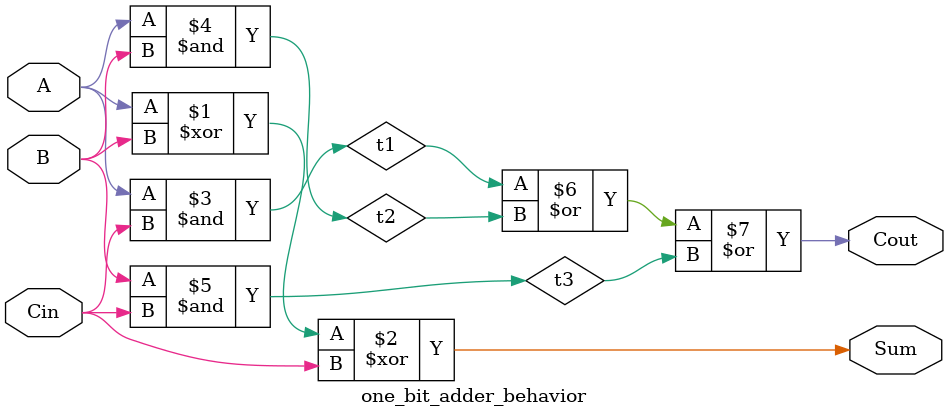
<source format=sv>
module one_bit_adder_behavior(Sum, Cout, A, B, Cin);
  output Sum,  Cout;            // output declarations
  input A, B, Cin;              // input declarations
  
  wire t1, t2, t3;              // driver declarations
  
  xor U1(Sum,A,B,Cin);	        // instantiator(output,input1,input2,input3,...)

  and U2(t1,A,Cin);		          // 1st and gate
  and U3(t2,A,B);		            // second and gate	
  and U4(t3,B,Cin);		          // third and gate
  or U5(Cout, t1,t2,t3);	      // all input or together for Cout
  
endmodule

</source>
